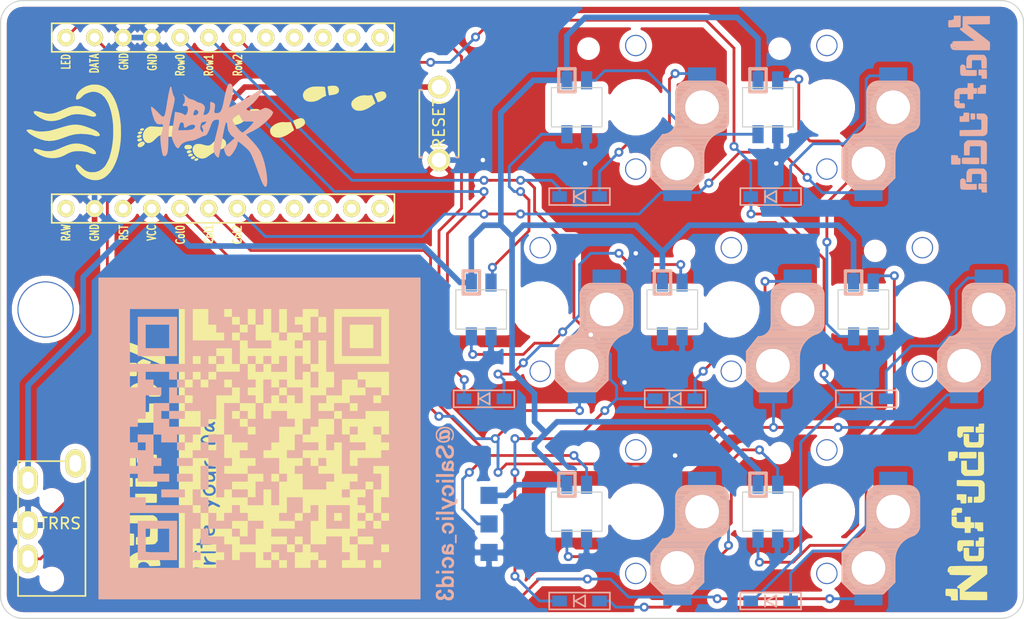
<source format=kicad_pcb>
(kicad_pcb (version 20171130) (host pcbnew "(5.1.5)-3")
  (layers (0 F.Cu signal) (31 B.Cu signal) (34 B.Paste user) (35 F.Paste user) (36 B.SilkS user) (37 F.SilkS user) (38 B.Mask user) (39 F.Mask user) (44 Edge.Cuts user))
  (net 0 "")
  (net 1 GND)
  (net 2 led)
  (net 3 VCC)
  (net 4 "Net-(L5-Pad1)")
  (net 5 "Net-(L6-Pad1)")
  (net 6 "Net-(L4-Pad1)")
  (net 7 "Net-(L3-Pad1)")
  (net 8 "Net-(L2-Pad1)")
  (net 9 "Net-(L1-Pad1)")
  (net 10 Reset)
  (net 11 "Net-(U1-Pad24)")
  (net 12 Col0)
  (net 13 Col1)
  (net 14 Col2)
  (net 15 "Net-(U1-Pad17)")
  (net 16 "Net-(U1-Pad16)")
  (net 17 "Net-(U1-Pad15)")
  (net 18 "Net-(U1-Pad14)")
  (net 19 "Net-(U1-Pad13)")
  (net 20 "Net-(U1-Pad12)")
  (net 21 "Net-(U1-Pad11)")
  (net 22 "Net-(U1-Pad10)")
  (net 23 "Net-(U1-Pad9)")
  (net 24 "Net-(U1-Pad8)")
  (net 25 Row1)
  (net 26 Row0)
  (net 27 "Net-(D1-Pad2)")
  (net 28 "Net-(D6-Pad2)")
  (net 29 "Net-(D4-Pad2)")
  (net 30 "Net-(D3-Pad2)")
  (net 31 "Net-(D2-Pad2)")
  (net 32 "Net-(D5-Pad2)")
  (net 33 "Net-(L7-Pad1)")
  (net 34 "Net-(D7-Pad2)")
  (net 35 Row2)
  (net 36 Data)
  (net 37 "Net-(J2-PadA)")
  (module kbd:ProMicro_v2_L1 (layer F.Cu) (at 120.3 110.95 90)
    (fp_text reference U1 hide)
    (fp_text value ProMicro hide)
    (fp_text user Col0 (at -9.9 -4.3 90) (layer F.SilkS) (effects (font (size 0.75 0.5) (thickness 0.125))))
    (fp_text user Row0 (at 5.2 -4.318 90) (layer F.SilkS) (effects (font (size 0.75 0.5) (thickness 0.125))))
    (fp_text user Col1 (at -9.85 -1.778 90) (layer F.SilkS) (effects (font (size 0.75 0.5) (thickness 0.125))))
    (fp_text user Row1 (at 5.2 -1.778 90) (layer F.SilkS) (effects (font (size 0.75 0.5) (thickness 0.125))))
    (fp_text user Col2 (at -9.9 0.762 90) (layer F.SilkS) (effects (font (size 0.75 0.5) (thickness 0.125))))
    (fp_text user Row2 (at 5.2 0.8 90) (layer F.SilkS) (effects (font (size 0.75 0.5) (thickness 0.125))))
    (fp_text user GND (at 5.461 -6.7945 90) (layer F.SilkS) (effects (font (size 0.75 0.5) (thickness 0.125))))
    (fp_text user VCC (at -9.7155 -6.858 90) (layer F.SilkS) (effects (font (size 0.75 0.5) (thickness 0.125))))
    (fp_text user GND (at 5.5245 -9.3345 90) (layer F.SilkS) (effects (font (size 0.75 0.5) (thickness 0.125))))
    (fp_text user RST (at -9.7155 -9.3345 90) (layer F.SilkS) (effects (font (size 0.75 0.5) (thickness 0.125))))
    (fp_text user DATA (at 5.35 -11.95 90) (layer F.SilkS) (effects (font (size 0.75 0.5) (thickness 0.125))))
    (fp_text user GND (at -9.7155 -11.938 90) (layer F.SilkS) (effects (font (size 0.75 0.5) (thickness 0.125))))
    (fp_text user LED (at 5.5 -14.478 90) (layer F.SilkS) (effects (font (size 0.75 0.5) (thickness 0.125))))
    (fp_text user RAW (at -9.7155 -14.478 90) (layer F.SilkS) (effects (font (size 0.75 0.5) (thickness 0.125))))
    (fp_text user "" (at -1.2065 -16.256 90) (layer B.SilkS) (effects (justify mirror)))
    (fp_text user "" (at -0.5 -17.25 90) (layer F.SilkS))
    (pad 24 thru_hole circle (at -7.5636 -14.478 90) (size 1.524 1.524) (drill 0.8128) (layers *.Cu *.Mask F.SilkS) (net 11 "Net-(U1-Pad24)"))
    (pad 23 thru_hole circle (at -7.5636 -11.938 90) (size 1.524 1.524) (drill 0.8128) (layers *.Cu *.Mask F.SilkS) (net 1 GND))
    (pad 22 thru_hole circle (at -7.5636 -9.398 90) (size 1.524 1.524) (drill 0.8128) (layers *.Cu *.Mask F.SilkS) (net 10 Reset))
    (pad 21 thru_hole circle (at -7.5636 -6.858 90) (size 1.524 1.524) (drill 0.8128) (layers *.Cu *.Mask F.SilkS) (net 3 VCC))
    (pad 20 thru_hole circle (at -7.5636 -4.318 90) (size 1.524 1.524) (drill 0.8128) (layers *.Cu *.Mask F.SilkS) (net 12 Col0))
    (pad 19 thru_hole circle (at -7.5636 -1.778 90) (size 1.524 1.524) (drill 0.8128) (layers *.Cu *.Mask F.SilkS) (net 13 Col1))
    (pad 18 thru_hole circle (at -7.5636 0.762 90) (size 1.524 1.524) (drill 0.8128) (layers *.Cu *.Mask F.SilkS) (net 14 Col2))
    (pad 17 thru_hole circle (at -7.5636 3.302 90) (size 1.524 1.524) (drill 0.8128) (layers *.Cu *.Mask F.SilkS) (net 15 "Net-(U1-Pad17)"))
    (pad 16 thru_hole circle (at -7.5636 5.842 90) (size 1.524 1.524) (drill 0.8128) (layers *.Cu *.Mask F.SilkS) (net 16 "Net-(U1-Pad16)"))
    (pad 15 thru_hole circle (at -7.5636 8.382 90) (size 1.524 1.524) (drill 0.8128) (layers *.Cu *.Mask F.SilkS) (net 17 "Net-(U1-Pad15)"))
    (pad 14 thru_hole circle (at -7.5636 10.922 90) (size 1.524 1.524) (drill 0.8128) (layers *.Cu *.Mask F.SilkS) (net 18 "Net-(U1-Pad14)"))
    (pad 13 thru_hole circle (at -7.5636 13.462 90) (size 1.524 1.524) (drill 0.8128) (layers *.Cu *.Mask F.SilkS) (net 19 "Net-(U1-Pad13)"))
    (pad 12 thru_hole circle (at 7.6564 13.462 90) (size 1.524 1.524) (drill 0.8128) (layers *.Cu *.Mask F.SilkS) (net 20 "Net-(U1-Pad12)"))
    (pad 11 thru_hole circle (at 7.6564 10.922 90) (size 1.524 1.524) (drill 0.8128) (layers *.Cu *.Mask F.SilkS) (net 21 "Net-(U1-Pad11)"))
    (pad 10 thru_hole circle (at 7.6564 8.382 90) (size 1.524 1.524) (drill 0.8128) (layers *.Cu *.Mask F.SilkS) (net 22 "Net-(U1-Pad10)"))
    (pad 9 thru_hole circle (at 7.6564 5.842 90) (size 1.524 1.524) (drill 0.8128) (layers *.Cu *.Mask F.SilkS) (net 23 "Net-(U1-Pad9)"))
    (pad 8 thru_hole circle (at 7.6564 3.302 90) (size 1.524 1.524) (drill 0.8128) (layers *.Cu *.Mask F.SilkS) (net 24 "Net-(U1-Pad8)"))
    (pad 7 thru_hole circle (at 7.6564 0.762 90) (size 1.524 1.524) (drill 0.8128) (layers *.Cu *.Mask F.SilkS) (net 35 Row2))
    (pad 6 thru_hole circle (at 7.6564 -1.778 90) (size 1.524 1.524) (drill 0.8128) (layers *.Cu *.Mask F.SilkS) (net 25 Row1))
    (pad 5 thru_hole circle (at 7.6564 -4.318 90) (size 1.524 1.524) (drill 0.8128) (layers *.Cu *.Mask F.SilkS) (net 26 Row0))
    (pad 4 thru_hole circle (at 7.6564 -6.858 90) (size 1.524 1.524) (drill 0.8128) (layers *.Cu *.Mask F.SilkS) (net 1 GND))
    (pad 3 thru_hole circle (at 7.6564 -9.398 90) (size 1.524 1.524) (drill 0.8128) (layers *.Cu *.Mask F.SilkS) (net 1 GND))
    (pad 2 thru_hole circle (at 7.6564 -11.938 90) (size 1.524 1.524) (drill 0.8128) (layers *.Cu *.Mask F.SilkS) (net 36 Data))
    (pad 1 thru_hole circle (at 7.6564 -14.478 90) (size 1.524 1.524) (drill 0.8128) (layers *.Cu *.Mask F.SilkS) (net 2 led))
  )
  (module kbd:ResetSW_FL (layer F.Cu) (at 139 110.95 90)
    (fp_text reference SW8 hide)
    (fp_text value SW_PUSH)
    (fp_text user RESET (at 0 0 90) (layer F.SilkS))
    (pad 1 thru_hole circle (at 3.25 0 90) (size 2 2) (drill 1.3) (layers *.Cu *.Mask F.SilkS) (net 10 Reset))
    (pad 2 thru_hole circle (at -3.25 0 90) (size 2 2) (drill 1.3) (layers *.Cu *.Mask F.SilkS) (net 1 GND))
  )
  (module kbd:MJ-4PP-9_1L (layer F.Cu) (at 104.55 153 180)
    (fp_text reference J2)
    (fp_text value MJ-4PP-9 hide)
    (fp_text user TRRS (at -0.75 6.45 180) (layer F.SilkS))
    (pad "" np_thru_hole circle (at 0 1.5 180) (size 1.2 1.2) (drill 1.2) (layers *.Cu *.Mask F.SilkS))
    (pad "" np_thru_hole circle (at 0 8.5 180) (size 1.2 1.2) (drill 1.2) (layers *.Cu *.Mask F.SilkS))
    (pad B thru_hole oval (at 2.1 3.3 180) (size 1.7 2.5) (drill oval 1 1.5) (layers *.Cu *.Mask F.SilkS) (net 36 Data))
    (pad C thru_hole oval (at 2.1 6.3 180) (size 1.7 2.5) (drill oval 1 1.5) (layers *.Cu *.Mask F.SilkS) (net 1 GND))
    (pad D thru_hole oval (at 2.1 10.3 180) (size 1.7 2.5) (drill oval 1 1.5) (layers *.Cu *.Mask F.SilkS) (net 3 VCC) (clearance 0.15))
    (pad A thru_hole oval (at -2.1 11.8 180) (size 1.7 2.5) (drill oval 1 1.5) (layers *.Cu *.Mask F.SilkS) (net 37 "Net-(J2-PadA)") (clearance 0.15))
  )
  (module kbd:Choc_Hotswap_1L (layer F.Cu) (at 173.5 109.5 90)
    (fp_text reference SW7 hide)
    (fp_text value SW_PUSH hide)
    (pad "" np_thru_hole circle (at 5.22 -4.2 90) (size 1 1) (drill 1) (layers *.Cu *.Mask))
    (pad "" np_thru_hole circle (at 5.5 0 180) (size 1.9 1.9) (drill 1.7) (layers *.Cu *.Mask))
    (pad "" np_thru_hole circle (at -5.5 0 180) (size 1.9 1.9) (drill 1.7) (layers *.Cu *.Mask))
    (pad "" np_thru_hole circle (at 0 0 180) (size 4 4) (drill 4) (layers *.Cu *.Mask))
    (pad "" np_thru_hole circle (at 0 5.9 180) (size 3.1 3.1) (drill 3) (layers *.Cu *.Mask))
    (pad "" np_thru_hole circle (at -5 3.7 180) (size 3.1 3.1) (drill 3) (layers *.Cu *.Mask))
    (pad 2 smd rect (at 2.8 5.9 270) (size 1.5 2.5) (layers B.Cu B.Paste B.Mask) (net 34 "Net-(D7-Pad2)"))
    (pad 1 smd rect (at -7.6 3.7 270) (size 1.5 2.5) (layers B.Cu B.Paste B.Mask) (net 14 Col2))
  )
  (module kbd:D3_SMD_L1 (layer F.Cu) (at 168.5 117.45)
    (fp_text reference D7 hide)
    (fp_text value D hide)
    (pad 2 smd rect (at 1.775 0) (size 1.3 0.95) (layers B.Cu B.Paste B.Mask) (net 34 "Net-(D7-Pad2)"))
    (pad 1 smd rect (at -1.775 0) (size 1.3 0.95) (layers B.Cu B.Paste B.Mask) (net 35 Row2))
  )
  (module kbd:SK6812MINI_rev_BL (layer F.Cu) (at 159.75 127.5 90)
    (fp_text reference L7 hide)
    (fp_text value SK6812MINI hide)
    (pad 2 smd rect (at -2.4 0.875 90) (size 1.6 1) (layers B.Cu B.Paste B.Mask) (net 1 GND))
    (pad 1 smd rect (at -2.4 -0.875 90) (size 1.6 1) (layers B.Cu B.Paste B.Mask) (net 33 "Net-(L7-Pad1)"))
    (pad 4 smd rect (at 2.4 -0.875 90) (size 1.6 1) (layers B.Cu B.Paste B.Mask) (net 3 VCC))
    (pad 3 smd rect (at 2.4 0.875 90) (size 1.6 1) (layers B.Cu B.Paste B.Mask) (net 5 "Net-(L6-Pad1)"))
  )
  (module kbd:Choc_Hotswap_1L (layer F.Cu) (at 156.5 109.5 90)
    (fp_text reference SW6 hide)
    (fp_text value SW_PUSH hide)
    (pad "" np_thru_hole circle (at 5.22 -4.2 90) (size 1 1) (drill 1) (layers *.Cu *.Mask))
    (pad "" np_thru_hole circle (at 5.5 0 180) (size 1.9 1.9) (drill 1.7) (layers *.Cu *.Mask))
    (pad "" np_thru_hole circle (at -5.5 0 180) (size 1.9 1.9) (drill 1.7) (layers *.Cu *.Mask))
    (pad "" np_thru_hole circle (at 0 0 180) (size 4 4) (drill 4) (layers *.Cu *.Mask))
    (pad "" np_thru_hole circle (at 0 5.9 180) (size 3.1 3.1) (drill 3) (layers *.Cu *.Mask))
    (pad "" np_thru_hole circle (at -5 3.7 180) (size 3.1 3.1) (drill 3) (layers *.Cu *.Mask))
    (pad 2 smd rect (at 2.8 5.9 270) (size 1.5 2.5) (layers B.Cu B.Paste B.Mask) (net 28 "Net-(D6-Pad2)"))
    (pad 1 smd rect (at -7.6 3.7 270) (size 1.5 2.5) (layers B.Cu B.Paste B.Mask) (net 14 Col2))
  )
  (module kbd:Choc_Hotswap_1L (layer F.Cu) (at 182 127.5 90)
    (fp_text reference SW5 hide)
    (fp_text value SW_PUSH hide)
    (pad 1 smd rect (at -7.6 3.7 270) (size 1.5 2.5) (layers B.Cu B.Paste B.Mask) (net 13 Col1))
    (pad 2 smd rect (at 2.8 5.9 270) (size 1.5 2.5) (layers B.Cu B.Paste B.Mask) (net 32 "Net-(D5-Pad2)"))
    (pad "" np_thru_hole circle (at -5 3.7 180) (size 3.1 3.1) (drill 3) (layers *.Cu *.Mask))
    (pad "" np_thru_hole circle (at 0 5.9 180) (size 3.1 3.1) (drill 3) (layers *.Cu *.Mask))
    (pad "" np_thru_hole circle (at 0 0 180) (size 4 4) (drill 4) (layers *.Cu *.Mask))
    (pad "" np_thru_hole circle (at -5.5 0 180) (size 1.9 1.9) (drill 1.7) (layers *.Cu *.Mask))
    (pad "" np_thru_hole circle (at 5.5 0 180) (size 1.9 1.9) (drill 1.7) (layers *.Cu *.Mask))
    (pad "" np_thru_hole circle (at 5.22 -4.2 90) (size 1 1) (drill 1) (layers *.Cu *.Mask))
  )
  (module kbd:Choc_Hotswap_1L (layer F.Cu) (at 165 127.5 90)
    (fp_text reference SW4 hide)
    (fp_text value SW_PUSH hide)
    (pad "" np_thru_hole circle (at 5.22 -4.2 90) (size 1 1) (drill 1) (layers *.Cu *.Mask))
    (pad "" np_thru_hole circle (at 5.5 0 180) (size 1.9 1.9) (drill 1.7) (layers *.Cu *.Mask))
    (pad "" np_thru_hole circle (at -5.5 0 180) (size 1.9 1.9) (drill 1.7) (layers *.Cu *.Mask))
    (pad "" np_thru_hole circle (at 0 0 180) (size 4 4) (drill 4) (layers *.Cu *.Mask))
    (pad "" np_thru_hole circle (at 0 5.9 180) (size 3.1 3.1) (drill 3) (layers *.Cu *.Mask))
    (pad "" np_thru_hole circle (at -5 3.7 180) (size 3.1 3.1) (drill 3) (layers *.Cu *.Mask))
    (pad 2 smd rect (at 2.8 5.9 270) (size 1.5 2.5) (layers B.Cu B.Paste B.Mask) (net 29 "Net-(D4-Pad2)"))
    (pad 1 smd rect (at -7.6 3.7 270) (size 1.5 2.5) (layers B.Cu B.Paste B.Mask) (net 13 Col1))
  )
  (module kbd:Choc_Hotswap_1L (layer F.Cu) (at 148 127.5 90)
    (fp_text reference SW3 hide)
    (fp_text value SW_PUSH hide)
    (pad 1 smd rect (at -7.6 3.7 270) (size 1.5 2.5) (layers B.Cu B.Paste B.Mask) (net 13 Col1))
    (pad 2 smd rect (at 2.8 5.9 270) (size 1.5 2.5) (layers B.Cu B.Paste B.Mask) (net 30 "Net-(D3-Pad2)"))
    (pad "" np_thru_hole circle (at -5 3.7 180) (size 3.1 3.1) (drill 3) (layers *.Cu *.Mask))
    (pad "" np_thru_hole circle (at 0 5.9 180) (size 3.1 3.1) (drill 3) (layers *.Cu *.Mask))
    (pad "" np_thru_hole circle (at 0 0 180) (size 4 4) (drill 4) (layers *.Cu *.Mask))
    (pad "" np_thru_hole circle (at -5.5 0 180) (size 1.9 1.9) (drill 1.7) (layers *.Cu *.Mask))
    (pad "" np_thru_hole circle (at 5.5 0 180) (size 1.9 1.9) (drill 1.7) (layers *.Cu *.Mask))
    (pad "" np_thru_hole circle (at 5.22 -4.2 90) (size 1 1) (drill 1) (layers *.Cu *.Mask))
  )
  (module kbd:Choc_Hotswap_1L (layer F.Cu) (at 173.5 145.5 90)
    (fp_text reference SW2 hide)
    (fp_text value SW_PUSH hide)
    (pad "" np_thru_hole circle (at 5.22 -4.2 90) (size 1 1) (drill 1) (layers *.Cu *.Mask))
    (pad "" np_thru_hole circle (at 5.5 0 180) (size 1.9 1.9) (drill 1.7) (layers *.Cu *.Mask))
    (pad "" np_thru_hole circle (at -5.5 0 180) (size 1.9 1.9) (drill 1.7) (layers *.Cu *.Mask))
    (pad "" np_thru_hole circle (at 0 0 180) (size 4 4) (drill 4) (layers *.Cu *.Mask))
    (pad "" np_thru_hole circle (at 0 5.9 180) (size 3.1 3.1) (drill 3) (layers *.Cu *.Mask))
    (pad "" np_thru_hole circle (at -5 3.7 180) (size 3.1 3.1) (drill 3) (layers *.Cu *.Mask))
    (pad 2 smd rect (at 2.8 5.9 270) (size 1.5 2.5) (layers B.Cu B.Paste B.Mask) (net 31 "Net-(D2-Pad2)"))
    (pad 1 smd rect (at -7.6 3.7 270) (size 1.5 2.5) (layers B.Cu B.Paste B.Mask) (net 12 Col0))
  )
  (module kbd:Choc_Hotswap_1L (layer F.Cu) (at 156.5 145.5 90)
    (fp_text reference SW1 hide)
    (fp_text value SW_PUSH hide)
    (pad 1 smd rect (at -7.6 3.7 270) (size 1.5 2.5) (layers B.Cu B.Paste B.Mask) (net 12 Col0))
    (pad 2 smd rect (at 2.8 5.9 270) (size 1.5 2.5) (layers B.Cu B.Paste B.Mask) (net 27 "Net-(D1-Pad2)"))
    (pad "" np_thru_hole circle (at -5 3.7 180) (size 3.1 3.1) (drill 3) (layers *.Cu *.Mask))
    (pad "" np_thru_hole circle (at 0 5.9 180) (size 3.1 3.1) (drill 3) (layers *.Cu *.Mask))
    (pad "" np_thru_hole circle (at 0 0 180) (size 4 4) (drill 4) (layers *.Cu *.Mask))
    (pad "" np_thru_hole circle (at -5.5 0 180) (size 1.9 1.9) (drill 1.7) (layers *.Cu *.Mask))
    (pad "" np_thru_hole circle (at 5.5 0 180) (size 1.9 1.9) (drill 1.7) (layers *.Cu *.Mask))
    (pad "" np_thru_hole circle (at 5.22 -4.2 90) (size 1 1) (drill 1) (layers *.Cu *.Mask))
  )
  (module kbd:D3_SMD_L1 (layer F.Cu) (at 177 135.45)
    (fp_text reference D5 hide)
    (fp_text value D hide)
    (pad 2 smd rect (at 1.775 0) (size 1.3 0.95) (layers B.Cu B.Paste B.Mask) (net 32 "Net-(D5-Pad2)"))
    (pad 1 smd rect (at -1.775 0) (size 1.3 0.95) (layers B.Cu B.Paste B.Mask) (net 35 Row2))
  )
  (module kbd:D3_SMD_L1 (layer F.Cu) (at 168.5 153.45)
    (fp_text reference D2 hide)
    (fp_text value D hide)
    (pad 1 smd rect (at -1.775 0) (size 1.3 0.95) (layers B.Cu B.Paste B.Mask) (net 35 Row2))
    (pad 2 smd rect (at 1.775 0) (size 1.3 0.95) (layers B.Cu B.Paste B.Mask) (net 31 "Net-(D2-Pad2)"))
  )
  (module kbd:D3_SMD_L1 (layer F.Cu) (at 143 135.45)
    (fp_text reference D3 hide)
    (fp_text value D hide)
    (pad 2 smd rect (at 1.775 0) (size 1.3 0.95) (layers B.Cu B.Paste B.Mask) (net 30 "Net-(D3-Pad2)"))
    (pad 1 smd rect (at -1.775 0) (size 1.3 0.95) (layers B.Cu B.Paste B.Mask) (net 26 Row0))
  )
  (module kbd:D3_SMD_L1 (layer F.Cu) (at 160 135.45)
    (fp_text reference D4 hide)
    (fp_text value D hide)
    (pad 1 smd rect (at -1.775 0) (size 1.3 0.95) (layers B.Cu B.Paste B.Mask) (net 25 Row1))
    (pad 2 smd rect (at 1.775 0) (size 1.3 0.95) (layers B.Cu B.Paste B.Mask) (net 29 "Net-(D4-Pad2)"))
  )
  (module kbd:D3_SMD_L1 (layer F.Cu) (at 151.5 117.45)
    (fp_text reference D6 hide)
    (fp_text value D hide)
    (pad 2 smd rect (at 1.775 0) (size 1.3 0.95) (layers B.Cu B.Paste B.Mask) (net 28 "Net-(D6-Pad2)"))
    (pad 1 smd rect (at -1.775 0) (size 1.3 0.95) (layers B.Cu B.Paste B.Mask) (net 25 Row1))
  )
  (module kbd:D3_SMD_L1 (layer F.Cu) (at 151.5 153.45)
    (fp_text reference D1 hide)
    (fp_text value D hide)
    (pad 1 smd rect (at -1.775 0) (size 1.3 0.95) (layers B.Cu B.Paste B.Mask) (net 25 Row1))
    (pad 2 smd rect (at 1.775 0) (size 1.3 0.95) (layers B.Cu B.Paste B.Mask) (net 27 "Net-(D1-Pad2)"))
  )
  (module kbd:SK6812MINI_rev_BL (layer F.Cu) (at 168.25 145.5 90)
    (fp_text reference L2 hide)
    (fp_text value SK6812MINI hide)
    (pad 2 smd rect (at -2.4 0.875 90) (size 1.6 1) (layers B.Cu B.Paste B.Mask) (net 1 GND))
    (pad 1 smd rect (at -2.4 -0.875 90) (size 1.6 1) (layers B.Cu B.Paste B.Mask) (net 8 "Net-(L2-Pad1)"))
    (pad 4 smd rect (at 2.4 -0.875 90) (size 1.6 1) (layers B.Cu B.Paste B.Mask) (net 3 VCC))
    (pad 3 smd rect (at 2.4 0.875 90) (size 1.6 1) (layers B.Cu B.Paste B.Mask) (net 9 "Net-(L1-Pad1)"))
  )
  (module kbd:SK6812MINI_rev_BL (layer F.Cu) (at 151.25 145.5 90)
    (fp_text reference L1 hide)
    (fp_text value SK6812MINI hide)
    (pad 2 smd rect (at -2.4 0.875 90) (size 1.6 1) (layers B.Cu B.Paste B.Mask) (net 1 GND))
    (pad 1 smd rect (at -2.4 -0.875 90) (size 1.6 1) (layers B.Cu B.Paste B.Mask) (net 9 "Net-(L1-Pad1)"))
    (pad 4 smd rect (at 2.4 -0.875 90) (size 1.6 1) (layers B.Cu B.Paste B.Mask) (net 3 VCC))
    (pad 3 smd rect (at 2.4 0.875 90) (size 1.6 1) (layers B.Cu B.Paste B.Mask) (net 2 led))
  )
  (module kbd:SK6812MINI_rev_BL (layer F.Cu) (at 176.75 127.5 90)
    (fp_text reference L3 hide)
    (fp_text value SK6812MINI hide)
    (pad 2 smd rect (at -2.4 0.875 90) (size 1.6 1) (layers B.Cu B.Paste B.Mask) (net 1 GND))
    (pad 1 smd rect (at -2.4 -0.875 90) (size 1.6 1) (layers B.Cu B.Paste B.Mask) (net 7 "Net-(L3-Pad1)"))
    (pad 4 smd rect (at 2.4 -0.875 90) (size 1.6 1) (layers B.Cu B.Paste B.Mask) (net 3 VCC))
    (pad 3 smd rect (at 2.4 0.875 90) (size 1.6 1) (layers B.Cu B.Paste B.Mask) (net 8 "Net-(L2-Pad1)"))
  )
  (module kbd:SK6812MINI_rev_BL (layer F.Cu) (at 168.25 109.5 90)
    (fp_text reference L4 hide)
    (fp_text value SK6812MINI hide)
    (pad 3 smd rect (at 2.4 0.875 90) (size 1.6 1) (layers B.Cu B.Paste B.Mask) (net 7 "Net-(L3-Pad1)"))
    (pad 4 smd rect (at 2.4 -0.875 90) (size 1.6 1) (layers B.Cu B.Paste B.Mask) (net 3 VCC))
    (pad 1 smd rect (at -2.4 -0.875 90) (size 1.6 1) (layers B.Cu B.Paste B.Mask) (net 6 "Net-(L4-Pad1)"))
    (pad 2 smd rect (at -2.4 0.875 90) (size 1.6 1) (layers B.Cu B.Paste B.Mask) (net 1 GND))
  )
  (module kbd:SK6812MINI_rev_BL (layer F.Cu) (at 151.25 109.5 90)
    (fp_text reference L5 hide)
    (fp_text value SK6812MINI hide)
    (pad 2 smd rect (at -2.4 0.875 90) (size 1.6 1) (layers B.Cu B.Paste B.Mask) (net 1 GND))
    (pad 1 smd rect (at -2.4 -0.875 90) (size 1.6 1) (layers B.Cu B.Paste B.Mask) (net 4 "Net-(L5-Pad1)"))
    (pad 4 smd rect (at 2.4 -0.875 90) (size 1.6 1) (layers B.Cu B.Paste B.Mask) (net 3 VCC))
    (pad 3 smd rect (at 2.4 0.875 90) (size 1.6 1) (layers B.Cu B.Paste B.Mask) (net 6 "Net-(L4-Pad1)"))
  )
  (module kbd:SK6812MINI_rev_BL (layer F.Cu) (at 142.75 127.5 90)
    (fp_text reference L6 hide)
    (fp_text value SK6812MINI hide)
    (pad 3 smd rect (at 2.4 0.875 90) (size 1.6 1) (layers B.Cu B.Paste B.Mask) (net 4 "Net-(L5-Pad1)"))
    (pad 4 smd rect (at 2.4 -0.875 90) (size 1.6 1) (layers B.Cu B.Paste B.Mask) (net 3 VCC))
    (pad 1 smd rect (at -2.4 -0.875 90) (size 1.6 1) (layers B.Cu B.Paste B.Mask) (net 5 "Net-(L6-Pad1)"))
    (pad 2 smd rect (at -2.4 0.875 90) (size 1.6 1) (layers B.Cu B.Paste B.Mask) (net 1 GND))
  )
  (module kbd:StripLED_rev_BL (layer F.Cu) (at 143.45 144.05)
    (fp_text reference J1 hide)
    (fp_text value LED hide)
    (pad 1 smd rect (at 0 5.08) (size 1.524 1.524) (layers B.Cu B.Paste B.Mask) (net 1 GND))
    (pad 2 smd rect (at 0 2.54) (size 1.524 1.524) (layers B.Cu B.Paste B.Mask) (net 2 led))
    (pad 3 smd rect (at 0 0) (size 1.524 1.524) (layers B.Cu B.Paste B.Mask) (net 3 VCC))
  )
  (module kbd:HOLE (layer F.Cu) (at 104 127.5)
    (fp_text reference Ref**)
    (fp_text value Val**)
    (pad "" np_thru_hole circle (at 0 0) (size 5 5) (drill 4.8) (layers *.Cu *.Mask))
  )
  (module logos:onsen_smallS (layer F.Cu) (at 106.5 111.75 90)
    (fp_text reference G*** hide)
    (fp_text value LOGO hide)
  )
  (module logos:Nafuda (layer F.Cu) (at 186 145.5 90)
    (fp_text reference G*** hide)
    (fp_text value LOGO hide)
  )
  (module logos:ashiato (layer F.Cu) (at 118.25 112.25 90)
    (fp_text reference G*** hide)
    (fp_text value LOGO hide)
  )
  (module logos:uras (layer B.Cu) (at 119.25 111.75 270)
    (fp_text reference G*** hide)
    (fp_text value LOGO hide)
  )
  (module logos:Nafuda (layer B.Cu) (at 186.25 109.25 270)
    (fp_text reference G*** hide)
    (fp_text value LOGO hide)
  )
  (module logos:Write (layer F.Cu) (at 125.25 139.25 90)
    (fp_text reference G*** hide)
    (fp_text value LOGO hide)
  )
  (module logos:BuildByS2 (layer F.Cu) (at 111.9 141.8 90)
    (fp_text reference G*** hide)
    (fp_text value LOGO hide)
  )
  (module logos:QRmo2 (layer B.Cu) (at 123 138.95 270)
    (fp_text reference G*** hide)
    (fp_text value LOGO hide)
  )
  (module logos:@sa (layer B.Cu) (at 139.55 145.65 270)
    (fp_text reference G*** hide)
    (fp_text value LOGO hide)
  )
  (gr_line (start 166 107.75) (end 166 111.25) (layer Edge.Cuts) (width 0.1))
  (gr_line (start 170.5 107.75) (end 166 107.75) (layer Edge.Cuts) (width 0.1))
  (gr_line (start 170.5 111.25) (end 170.5 107.75) (layer Edge.Cuts) (width 0.1))
  (gr_line (start 166 111.25) (end 170.5 111.25) (layer Edge.Cuts) (width 0.1))
  (gr_line (start 168.25 143.4) (end 168.45 143.5) (layer F.SilkS) (width 0.2))
  (gr_line (start 179 125.75) (end 174.5 125.75) (layer Edge.Cuts) (width 0.1))
  (gr_line (start 174.5 129.25) (end 179 129.25) (layer Edge.Cuts) (width 0.1))
  (gr_line (start 174.5 125.75) (end 174.5 129.25) (layer Edge.Cuts) (width 0.1))
  (gr_line (start 179 129.25) (end 179 125.75) (layer Edge.Cuts) (width 0.1))
  (gr_line (start 153.5 111.25) (end 149 111.25) (layer Edge.Cuts) (width 0.1))
  (gr_line (start 153.5 107.75) (end 153.5 111.25) (layer Edge.Cuts) (width 0.1))
  (gr_line (start 149 107.75) (end 153.5 107.75) (layer Edge.Cuts) (width 0.1))
  (gr_line (start 149 111.25) (end 149 107.75) (layer Edge.Cuts) (width 0.1))
  (gr_line (start 153.5 147.25) (end 149 147.25) (layer Edge.Cuts) (width 0.1))
  (gr_line (start 153.5 143.75) (end 153.5 147.25) (layer Edge.Cuts) (width 0.1))
  (gr_line (start 149 143.75) (end 153.5 143.75) (layer Edge.Cuts) (width 0.1))
  (gr_line (start 149 147.25) (end 149 143.75) (layer Edge.Cuts) (width 0.1))
  (gr_line (start 170.5 147.25) (end 166 147.25) (layer Edge.Cuts) (width 0.1))
  (gr_line (start 170.5 143.75) (end 170.5 147.25) (layer Edge.Cuts) (width 0.1))
  (gr_line (start 166 143.75) (end 170.5 143.75) (layer Edge.Cuts) (width 0.1))
  (gr_line (start 166 147.25) (end 166 143.75) (layer Edge.Cuts) (width 0.1))
  (gr_line (start 140.5 129.25) (end 140.5 125.75) (layer Edge.Cuts) (width 0.1))
  (gr_line (start 145 129.25) (end 140.5 129.25) (layer Edge.Cuts) (width 0.1))
  (gr_line (start 145 125.75) (end 145 129.25) (layer Edge.Cuts) (width 0.1))
  (gr_line (start 140.5 125.75) (end 145 125.75) (layer Edge.Cuts) (width 0.1))
  (gr_line (start 157.5 125.75) (end 157.5 129.25) (layer Edge.Cuts) (width 0.1))
  (gr_line (start 162 125.75) (end 157.5 125.75) (layer Edge.Cuts) (width 0.1))
  (gr_line (start 162 129.25) (end 162 125.75) (layer Edge.Cuts) (width 0.1))
  (gr_line (start 157.5 129.25) (end 162 129.25) (layer Edge.Cuts) (width 0.1))
  (gr_arc (start 102 153) (end 100 153) (angle -90) (layer Edge.Cuts) (width 0.1))
  (gr_arc (start 102 102) (end 102 100) (angle -90) (layer Edge.Cuts) (width 0.1))
  (gr_arc (start 189 102) (end 191 102) (angle -90) (layer Edge.Cuts) (width 0.1))
  (gr_arc (start 189 153) (end 189 155) (angle -90) (layer Edge.Cuts) (width 0.1))
  (gr_line (start 102 100) (end 189 100) (layer Edge.Cuts) (width 0.1))
  (gr_line (start 191 102) (end 191 153) (layer Edge.Cuts) (width 0.1))
  (gr_line (start 102 155) (end 189 155) (layer Edge.Cuts) (width 0.1))
  (gr_line (start 100 102) (end 100 153) (layer Edge.Cuts) (width 0.1))
  (segment (start 102.45 146.7) (end 103.904002 146.7) (width 0.5) (layer F.Cu) (net 1))
  (segment (start 108.5 118.6516) (end 108.362 118.5136) (width 0.5) (layer B.Cu) (net 1))
  (segment (start 110.902 103.2936) (end 113.442 103.2936) (width 0.5) (layer B.Cu) (net 1))
  (segment (start 108.362 105.8336) (end 108.362 118.5136) (width 0.5) (layer B.Cu) (net 1))
  (segment (start 110.902 103.2936) (end 108.362 105.8336) (width 0.5) (layer B.Cu) (net 1))
  (segment (start 113.442 103.2936) (end 115.2356 101.5) (width 0.5) (layer B.Cu) (net 1))
  (segment (start 162.999999 148.499999) (end 165.5 151) (width 0.5) (layer B.Cu) (net 1))
  (segment (start 165.5 151) (end 168 151) (width 0.5) (layer B.Cu) (net 1))
  (segment (start 169.125 149.875) (end 169.125 147.9) (width 0.5) (layer B.Cu) (net 1))
  (segment (start 168 151) (end 169.125 149.875) (width 0.5) (layer B.Cu) (net 1))
  (segment (start 160 148.499999) (end 160 140.5) (width 0.5) (layer B.Cu) (net 1))
  (segment (start 160 148.499999) (end 162.999999 148.499999) (width 0.5) (layer B.Cu) (net 1))
  (segment (start 156.5 133) (end 159.5 133) (width 0.5) (layer B.Cu) (net 1))
  (segment (start 160.625 131.875) (end 160.625 129.9) (width 0.5) (layer B.Cu) (net 1))
  (segment (start 159.5 133) (end 160.625 131.875) (width 0.5) (layer B.Cu) (net 1))
  (segment (start 171.999999 130.499999) (end 174.5 133) (width 0.5) (layer B.Cu) (net 1))
  (segment (start 174.5 133) (end 176.5 133) (width 0.5) (layer B.Cu) (net 1))
  (segment (start 177.625 131.875) (end 177.625 129.9) (width 0.5) (layer B.Cu) (net 1))
  (segment (start 176.5 133) (end 177.625 131.875) (width 0.5) (layer B.Cu) (net 1))
  (segment (start 162.624999 131.875) (end 164 130.499999) (width 0.5) (layer B.Cu) (net 1))
  (segment (start 160.625 131.875) (end 162.624999 131.875) (width 0.5) (layer B.Cu) (net 1))
  (segment (start 164 130.499999) (end 171.999999 130.499999) (width 0.5) (layer B.Cu) (net 1))
  (segment (start 152.125 149.875) (end 152.125 147.9) (width 0.5) (layer B.Cu) (net 1))
  (segment (start 154.124999 149.875) (end 155.5 148.499999) (width 0.5) (layer B.Cu) (net 1))
  (segment (start 152.125 149.875) (end 154.124999 149.875) (width 0.5) (layer B.Cu) (net 1))
  (segment (start 155.5 148.499999) (end 160 148.499999) (width 0.5) (layer B.Cu) (net 1))
  (via (at 156.5 122.5) (size 0.8) (drill 0.4) (layers F.Cu B.Cu) (net 1))
  (segment (start 156.5 133) (end 156.5 122.5) (width 0.5) (layer B.Cu) (net 1))
  (segment (start 156.5 122.5) (end 156.5 117.5) (width 0.5) (layer F.Cu) (net 1))
  (via (at 152 114.5) (size 0.8) (drill 0.4) (layers F.Cu B.Cu) (net 1))
  (segment (start 156.5 117.5) (end 153.5 114.5) (width 0.5) (layer F.Cu) (net 1))
  (segment (start 153.5 114.5) (end 152 114.5) (width 0.5) (layer F.Cu) (net 1))
  (segment (start 152 112.025) (end 152.125 111.9) (width 0.5) (layer B.Cu) (net 1))
  (segment (start 152 114.5) (end 152 112.025) (width 0.5) (layer B.Cu) (net 1))
  (segment (start 156.5 117.5) (end 164 117.5) (width 0.5) (layer F.Cu) (net 1))
  (via (at 169 114.5) (size 0.8) (drill 0.4) (layers F.Cu B.Cu) (net 1))
  (segment (start 164 117.5) (end 167 114.5) (width 0.5) (layer F.Cu) (net 1))
  (segment (start 167 114.5) (end 169 114.5) (width 0.5) (layer F.Cu) (net 1))
  (segment (start 169 112.025) (end 169.125 111.9) (width 0.5) (layer B.Cu) (net 1))
  (segment (start 169 114.5) (end 169 112.025) (width 0.5) (layer B.Cu) (net 1))
  (via (at 160 140.5) (size 0.8) (drill 0.4) (layers F.Cu B.Cu) (net 1))
  (segment (start 160 140.5) (end 157.5 138) (width 0.5) (layer F.Cu) (net 1))
  (via (at 155.5 134) (size 0.8) (drill 0.4) (layers F.Cu B.Cu) (net 1))
  (segment (start 157.5 138) (end 156.5 138) (width 0.5) (layer F.Cu) (net 1))
  (segment (start 155.5 137) (end 155.5 134) (width 0.5) (layer F.Cu) (net 1))
  (segment (start 156.5 138) (end 155.5 137) (width 0.5) (layer F.Cu) (net 1))
  (segment (start 155.5 134) (end 156.5 133) (width 0.5) (layer B.Cu) (net 1))
  (segment (start 139 114.2) (end 136 111.2) (width 0.5) (layer B.Cu) (net 1))
  (segment (start 136 103.5) (end 134 101.5) (width 0.5) (layer B.Cu) (net 1))
  (segment (start 136 111.2) (end 136 103.5) (width 0.5) (layer B.Cu) (net 1))
  (segment (start 115.2356 101.5) (end 134 101.5) (width 0.5) (layer B.Cu) (net 1))
  (via (at 142.9 114.2) (size 0.8) (drill 0.4) (layers F.Cu B.Cu) (net 1))
  (segment (start 139 114.2) (end 142.9 114.2) (width 0.5) (layer B.Cu) (net 1))
  (segment (start 151.7 114.2) (end 152 114.5) (width 0.5) (layer F.Cu) (net 1))
  (segment (start 142.9 114.2) (end 151.7 114.2) (width 0.5) (layer F.Cu) (net 1))
  (segment (start 145.981999 150.399999) (end 151.600001 150.399999) (width 0.5) (layer B.Cu) (net 1))
  (segment (start 144.712 149.13) (end 145.981999 150.399999) (width 0.5) (layer B.Cu) (net 1))
  (segment (start 143.45 149.13) (end 144.712 149.13) (width 0.5) (layer B.Cu) (net 1))
  (segment (start 151.95 150.05) (end 152.125 149.875) (width 0.5) (layer B.Cu) (net 1))
  (segment (start 151.600001 150.399999) (end 152.125 149.875) (width 0.5) (layer B.Cu) (net 1))
  (segment (start 137.658 144.6) (end 137.658 138.5) (width 0.5) (layer B.Cu) (net 1))
  (segment (start 142.188 149.13) (end 137.658 144.6) (width 0.5) (layer B.Cu) (net 1))
  (segment (start 143.45 149.13) (end 142.188 149.13) (width 0.5) (layer B.Cu) (net 1))
  (segment (start 137.658 138.5) (end 137.658 139.158) (width 0.5) (layer B.Cu) (net 1))
  (segment (start 143.625 131.375) (end 143.625 129.9) (width 0.5) (layer B.Cu) (net 1))
  (segment (start 142.649999 132.350001) (end 143.625 131.375) (width 0.5) (layer B.Cu) (net 1))
  (segment (start 138.907999 132.350001) (end 142.649999 132.350001) (width 0.5) (layer B.Cu) (net 1))
  (segment (start 137.658 133.6) (end 138.907999 132.350001) (width 0.5) (layer B.Cu) (net 1))
  (segment (start 137.658 138.5) (end 137.658 133.6) (width 0.5) (layer B.Cu) (net 1))
  (segment (start 108.362 142.242002) (end 106.704002 143.9) (width 0.5) (layer F.Cu) (net 1))
  (segment (start 108.362 118.5136) (end 108.362 142.242002) (width 0.5) (layer F.Cu) (net 1))
  (segment (start 103.904002 146.7) (end 106.704002 143.9) (width 0.5) (layer F.Cu) (net 1))
  (segment (start 105.822 103.2936) (end 107.6156 101.5) (width 0.25) (layer F.Cu) (net 2))
  (segment (start 107.6156 101.5) (end 137.5 101.5) (width 0.25) (layer F.Cu) (net 2))
  (segment (start 139 120.5) (end 139 127.5) (width 0.25) (layer F.Cu) (net 2))
  (segment (start 139 127.5) (end 139 136) (width 0.25) (layer F.Cu) (net 2))
  (via (at 151 140.5) (size 0.8) (drill 0.4) (layers F.Cu B.Cu) (net 2))
  (segment (start 139 136) (end 143.5 140.5) (width 0.25) (layer F.Cu) (net 2))
  (segment (start 143.5 140.5) (end 151 140.5) (width 0.25) (layer F.Cu) (net 2))
  (segment (start 152.125 141.625) (end 152.125 143.1) (width 0.25) (layer B.Cu) (net 2))
  (segment (start 151 140.5) (end 152.125 141.625) (width 0.25) (layer B.Cu) (net 2))
  (segment (start 141 105) (end 140.75 104.75) (width 0.25) (layer F.Cu) (net 2))
  (segment (start 141 118.5) (end 141 105) (width 0.25) (layer F.Cu) (net 2))
  (segment (start 137.5 101.5) (end 140.75 104.75) (width 0.25) (layer F.Cu) (net 2))
  (segment (start 141 118.5) (end 139 120.5) (width 0.25) (layer F.Cu) (net 2))
  (segment (start 142.438 146.59) (end 141.1 145.252) (width 0.25) (layer B.Cu) (net 2))
  (segment (start 143.45 146.59) (end 142.438 146.59) (width 0.25) (layer B.Cu) (net 2))
  (via (at 141.7 142) (size 0.8) (drill 0.4) (layers F.Cu B.Cu) (net 2))
  (segment (start 141.1 145.252) (end 141.1 142.6) (width 0.25) (layer B.Cu) (net 2))
  (segment (start 141.1 142.6) (end 141.7 142) (width 0.25) (layer B.Cu) (net 2))
  (segment (start 143.2 140.5) (end 143.5 140.5) (width 0.25) (layer F.Cu) (net 2))
  (segment (start 141.7 142) (end 143.2 140.5) (width 0.25) (layer F.Cu) (net 2))
  (segment (start 150.375 142.8) (end 147.5 139.925) (width 0.5) (layer B.Cu) (net 3))
  (segment (start 150.375 143.1) (end 150.375 142.8) (width 0.5) (layer B.Cu) (net 3))
  (segment (start 145.50001 133.00001) (end 145.50001 121.00001) (width 0.5) (layer B.Cu) (net 3))
  (segment (start 147.5 135) (end 145.50001 133.00001) (width 0.5) (layer B.Cu) (net 3))
  (segment (start 145.50001 121.00001) (end 144.5 120) (width 0.5) (layer B.Cu) (net 3))
  (segment (start 144.5 120) (end 143 120) (width 0.5) (layer B.Cu) (net 3))
  (segment (start 141.875 121.125) (end 141.875 125.1) (width 0.5) (layer B.Cu) (net 3))
  (segment (start 143 120) (end 141.875 121.125) (width 0.5) (layer B.Cu) (net 3))
  (segment (start 144.5 120) (end 144.5 110) (width 0.5) (layer B.Cu) (net 3))
  (segment (start 147.4 107.1) (end 150.375 107.1) (width 0.5) (layer B.Cu) (net 3))
  (segment (start 144.5 110) (end 147.4 107.1) (width 0.5) (layer B.Cu) (net 3))
  (segment (start 146.50002 120) (end 156.5 120) (width 0.5) (layer B.Cu) (net 3))
  (segment (start 145.50001 121.00001) (end 146.50002 120) (width 0.5) (layer B.Cu) (net 3))
  (segment (start 158.875 122.375) (end 158.875 125.1) (width 0.5) (layer B.Cu) (net 3))
  (segment (start 156.5 120) (end 158.875 122.375) (width 0.5) (layer B.Cu) (net 3))
  (segment (start 150.375 107.1) (end 150.375 103.125) (width 0.5) (layer B.Cu) (net 3))
  (segment (start 150.375 103.125) (end 152 101.5) (width 0.5) (layer B.Cu) (net 3))
  (segment (start 152 101.5) (end 165.5 101.5) (width 0.5) (layer B.Cu) (net 3))
  (segment (start 167.375 103.375) (end 167.375 107.1) (width 0.5) (layer B.Cu) (net 3))
  (segment (start 165.5 101.5) (end 167.375 103.375) (width 0.5) (layer B.Cu) (net 3))
  (segment (start 175.875 125.1) (end 175.875 121.375) (width 0.5) (layer B.Cu) (net 3))
  (segment (start 175.875 121.375) (end 174.5 120) (width 0.5) (layer B.Cu) (net 3))
  (segment (start 161.25 120) (end 158.875 122.375) (width 0.5) (layer B.Cu) (net 3))
  (segment (start 174.5 120) (end 161.25 120) (width 0.5) (layer B.Cu) (net 3))
  (segment (start 148.5 138.5) (end 147.5 139.5) (width 0.5) (layer B.Cu) (net 3))
  (segment (start 167.375 143.1) (end 167.375 141.8) (width 0.5) (layer B.Cu) (net 3))
  (segment (start 147.5 139.925) (end 147.5 139.5) (width 0.5) (layer B.Cu) (net 3))
  (segment (start 147.5 137.5) (end 148.5 138.5) (width 0.5) (layer B.Cu) (net 3))
  (segment (start 147.5 137) (end 147.5 137.5) (width 0.5) (layer B.Cu) (net 3))
  (segment (start 147.5 137) (end 147.5 135) (width 0.5) (layer B.Cu) (net 3))
  (segment (start 167.375 141.8) (end 163.075 137.5) (width 0.5) (layer B.Cu) (net 3))
  (segment (start 149.5 137.5) (end 148.5 138.5) (width 0.5) (layer B.Cu) (net 3))
  (segment (start 163.075 137.5) (end 149.5 137.5) (width 0.5) (layer B.Cu) (net 3))
  (segment (start 113.75 118.8216) (end 113.442 118.5136) (width 0.5) (layer F.Cu) (net 3))
  (segment (start 102.45 142.7) (end 102.45 135.55) (width 0.5) (layer B.Cu) (net 3))
  (segment (start 149.375 143.1) (end 150.375 143.1) (width 0.5) (layer B.Cu) (net 3))
  (segment (start 145.908002 143.1) (end 149.375 143.1) (width 0.5) (layer B.Cu) (net 3))
  (segment (start 144.958002 144.05) (end 145.908002 143.1) (width 0.5) (layer B.Cu) (net 3))
  (segment (start 143.45 144.05) (end 144.958002 144.05) (width 0.5) (layer B.Cu) (net 3))
  (segment (start 140.875 125.1) (end 137.625 121.85) (width 0.5) (layer B.Cu) (net 3))
  (segment (start 141.875 125.1) (end 140.875 125.1) (width 0.5) (layer B.Cu) (net 3))
  (segment (start 116.7784 121.85) (end 113.442 118.5136) (width 0.5) (layer B.Cu) (net 3))
  (segment (start 137.625 121.85) (end 116.7784 121.85) (width 0.5) (layer B.Cu) (net 3))
  (segment (start 107.35 124.6056) (end 113.442 118.5136) (width 0.5) (layer B.Cu) (net 3))
  (segment (start 102.45 134.25) (end 107.35 129.35) (width 0.5) (layer B.Cu) (net 3))
  (segment (start 102.45 135.55) (end 102.45 134.25) (width 0.5) (layer B.Cu) (net 3))
  (segment (start 107.35 129.35) (end 107.35 124.6056) (width 0.5) (layer B.Cu) (net 3))
  (segment (start 143.5 124.975) (end 143.625 125.1) (width 0.25) (layer B.Cu) (net 4))
  (segment (start 150.375 111.9) (end 150.375 112.2) (width 0.25) (layer B.Cu) (net 4))
  (via (at 143.75 123.75) (size 0.8) (drill 0.4) (layers F.Cu B.Cu) (net 4))
  (segment (start 146.25 121.25) (end 143.75 123.75) (width 0.25) (layer F.Cu) (net 4))
  (segment (start 143.75 124.975) (end 143.625 125.1) (width 0.25) (layer B.Cu) (net 4))
  (segment (start 143.75 123.75) (end 143.75 124.975) (width 0.25) (layer B.Cu) (net 4))
  (segment (start 146.25 121.25) (end 147 120.5) (width 0.25) (layer F.Cu) (net 4))
  (segment (start 147 120.5) (end 147 118) (width 0.25) (layer F.Cu) (net 4))
  (via (at 146.25 117) (size 0.8) (drill 0.4) (layers F.Cu B.Cu) (net 4))
  (segment (start 147 117.75) (end 146.25 117) (width 0.25) (layer F.Cu) (net 4))
  (segment (start 147 118) (end 147 117.75) (width 0.25) (layer F.Cu) (net 4))
  (segment (start 145.684315 117) (end 145.25 116.565685) (width 0.25) (layer B.Cu) (net 4))
  (segment (start 146.25 117) (end 145.684315 117) (width 0.25) (layer B.Cu) (net 4))
  (segment (start 145.25 116.565685) (end 145.25 114.75) (width 0.25) (layer B.Cu) (net 4))
  (segment (start 148.1 111.9) (end 150.375 111.9) (width 0.25) (layer B.Cu) (net 4))
  (segment (start 145.25 114.75) (end 148.1 111.9) (width 0.25) (layer B.Cu) (net 4))
  (via (at 142 131.5) (size 0.8) (drill 0.4) (layers F.Cu B.Cu) (net 5))
  (segment (start 141.875 131.375) (end 142 131.5) (width 0.25) (layer B.Cu) (net 5))
  (segment (start 142 131.5) (end 146.5 131.5) (width 0.25) (layer F.Cu) (net 5))
  (segment (start 146.5 131.5) (end 147 131) (width 0.25) (layer F.Cu) (net 5))
  (segment (start 147 131) (end 147.5 130.5) (width 0.25) (layer F.Cu) (net 5))
  (via (at 155 122.5) (size 0.8) (drill 0.4) (layers F.Cu B.Cu) (net 5))
  (segment (start 151.5 123.5) (end 152 123) (width 0.25) (layer B.Cu) (net 5))
  (via (at 160.5 123.5) (size 0.8) (drill 0.4) (layers F.Cu B.Cu) (net 5))
  (segment (start 156.426998 123.5) (end 160.5 123.5) (width 0.25) (layer F.Cu) (net 5))
  (segment (start 160.5 124.975) (end 160.625 125.1) (width 0.25) (layer B.Cu) (net 5))
  (segment (start 160.5 123.5) (end 160.5 124.975) (width 0.25) (layer B.Cu) (net 5))
  (segment (start 141.875 129.9) (end 141.875 131.375) (width 0.25) (layer B.Cu) (net 5))
  (via (at 150 129.5) (size 0.8) (drill 0.4) (layers F.Cu B.Cu) (net 5))
  (segment (start 149 130.5) (end 150 129.5) (width 0.25) (layer F.Cu) (net 5))
  (segment (start 148.5 130.5) (end 149 130.5) (width 0.25) (layer F.Cu) (net 5))
  (segment (start 147.5 130.5) (end 148.5 130.5) (width 0.25) (layer F.Cu) (net 5))
  (segment (start 151.5 128) (end 151.5 125.75) (width 0.25) (layer B.Cu) (net 5))
  (segment (start 150 129.5) (end 151.5 128) (width 0.25) (layer B.Cu) (net 5))
  (segment (start 151.5 125.75) (end 151.5 123.5) (width 0.25) (layer B.Cu) (net 5))
  (segment (start 156 123.5) (end 155 122.5) (width 0.25) (layer F.Cu) (net 5))
  (segment (start 156 123.5) (end 156.426998 123.5) (width 0.25) (layer F.Cu) (net 5))
  (segment (start 152 123) (end 152.5 122.5) (width 0.25) (layer B.Cu) (net 5))
  (segment (start 152.5 122.5) (end 155 122.5) (width 0.25) (layer B.Cu) (net 5))
  (segment (start 152.9 107.1) (end 152.125 107.1) (width 0.25) (layer B.Cu) (net 6))
  (segment (start 161.4 111.9) (end 159.5 110) (width 0.25) (layer B.Cu) (net 6))
  (segment (start 167.375 111.9) (end 161.4 111.9) (width 0.25) (layer B.Cu) (net 6))
  (segment (start 159.5 110) (end 159.5 108.25) (width 0.25) (layer B.Cu) (net 6))
  (segment (start 159.5 108.25) (end 157.5 106.25) (width 0.25) (layer B.Cu) (net 6))
  (segment (start 157.5 106.25) (end 153.75 106.25) (width 0.25) (layer B.Cu) (net 6))
  (segment (start 153.75 106.25) (end 152.9 107.1) (width 0.25) (layer B.Cu) (net 6))
  (segment (start 169.125 106.875) (end 169.125 107.1) (width 0.25) (layer B.Cu) (net 7))
  (via (at 173.5 121.5) (size 0.8) (drill 0.4) (layers F.Cu B.Cu) (net 7))
  (segment (start 173.5 128.780344) (end 173.5 121.5) (width 0.25) (layer B.Cu) (net 7))
  (segment (start 175.875 129.9) (end 174.619656 129.9) (width 0.25) (layer B.Cu) (net 7))
  (segment (start 174.619656 129.9) (end 173.5 128.780344) (width 0.25) (layer B.Cu) (net 7))
  (segment (start 173.5 121.5) (end 173.5 118) (width 0.25) (layer F.Cu) (net 7))
  (via (at 171 107) (size 0.8) (drill 0.4) (layers F.Cu B.Cu) (net 7))
  (segment (start 169.225 107) (end 169.125 107.1) (width 0.25) (layer B.Cu) (net 7))
  (segment (start 171 107) (end 169.225 107) (width 0.25) (layer B.Cu) (net 7))
  (segment (start 173.5 118) (end 175.25 116.25) (width 0.25) (layer F.Cu) (net 7))
  (segment (start 175.25 116.25) (end 175.25 113.25) (width 0.25) (layer F.Cu) (net 7))
  (segment (start 175.25 113.25) (end 174.5 112.5) (width 0.25) (layer F.Cu) (net 7))
  (segment (start 172 112.5) (end 171 111.5) (width 0.25) (layer F.Cu) (net 7))
  (segment (start 174.5 112.5) (end 172 112.5) (width 0.25) (layer F.Cu) (net 7))
  (segment (start 171 111.5) (end 171 107) (width 0.25) (layer F.Cu) (net 7))
  (via (at 167.5 150) (size 0.8) (drill 0.4) (layers F.Cu B.Cu) (net 8))
  (segment (start 167.375 147.9) (end 167.375 149.875) (width 0.25) (layer B.Cu) (net 8))
  (segment (start 167.375 149.875) (end 167.5 150) (width 0.25) (layer B.Cu) (net 8))
  (segment (start 167.5 150) (end 170.5 150) (width 0.25) (layer F.Cu) (net 8))
  (segment (start 170.5 150) (end 171.5 149) (width 0.25) (layer F.Cu) (net 8))
  (segment (start 171.5 149) (end 172 148.5) (width 0.25) (layer F.Cu) (net 8))
  (segment (start 172 148.5) (end 175.5 148.5) (width 0.25) (layer F.Cu) (net 8))
  (segment (start 175.5 148.5) (end 177 147) (width 0.25) (layer F.Cu) (net 8))
  (segment (start 177 147) (end 177 139) (width 0.25) (layer F.Cu) (net 8))
  (via (at 179.5 124.5) (size 0.8) (drill 0.4) (layers F.Cu B.Cu) (net 8))
  (segment (start 179.5 129.280344) (end 179.5 124.5) (width 0.25) (layer F.Cu) (net 8))
  (segment (start 177 139) (end 179.5 136.5) (width 0.25) (layer F.Cu) (net 8))
  (segment (start 179.5 136.5) (end 179.5 129.280344) (width 0.25) (layer F.Cu) (net 8))
  (segment (start 178.225 124.5) (end 177.625 125.1) (width 0.25) (layer B.Cu) (net 8))
  (segment (start 179.5 124.5) (end 178.225 124.5) (width 0.25) (layer B.Cu) (net 8))
  (via (at 150.5 149.5) (size 0.8) (drill 0.4) (layers F.Cu B.Cu) (net 9))
  (segment (start 150.375 147.9) (end 150.375 149.375) (width 0.25) (layer B.Cu) (net 9))
  (segment (start 150.375 149.375) (end 150.5 149.5) (width 0.25) (layer B.Cu) (net 9))
  (segment (start 150.5 149.5) (end 155 149.5) (width 0.25) (layer F.Cu) (net 9))
  (segment (start 155 149.5) (end 155.5 149) (width 0.25) (layer F.Cu) (net 9))
  (segment (start 155.5 149) (end 156 148.5) (width 0.25) (layer F.Cu) (net 9))
  (segment (start 156 148.5) (end 162.175002 148.5) (width 0.25) (layer F.Cu) (net 9))
  (segment (start 162.175002 148.5) (end 163 148.5) (width 0.25) (layer F.Cu) (net 9))
  (segment (start 163 148.5) (end 165 146.5) (width 0.25) (layer F.Cu) (net 9))
  (segment (start 165 146.5) (end 165 141) (width 0.25) (layer F.Cu) (net 9))
  (via (at 167.5 140) (size 0.8) (drill 0.4) (layers F.Cu B.Cu) (net 9))
  (segment (start 165 141) (end 166 140) (width 0.25) (layer F.Cu) (net 9))
  (segment (start 166 140) (end 167.5 140) (width 0.25) (layer F.Cu) (net 9))
  (segment (start 169.125 141.625) (end 169.125 143.1) (width 0.25) (layer B.Cu) (net 9))
  (segment (start 167.5 140) (end 169.125 141.625) (width 0.25) (layer B.Cu) (net 9))
  (segment (start 121.7156 107.7) (end 110.902 118.5136) (width 0.5) (layer F.Cu) (net 10))
  (segment (start 139 107.7) (end 121.7156 107.7) (width 0.5) (layer F.Cu) (net 10))
  (segment (start 160.2 153.1) (end 155.85 153.1) (width 0.25) (layer B.Cu) (net 12))
  (segment (start 155.85 153.1) (end 154.25 151.5) (width 0.25) (layer B.Cu) (net 12))
  (segment (start 149.186814 151.5) (end 147.75 151.5) (width 0.25) (layer B.Cu) (net 12))
  (via (at 163.75 153.25) (size 0.8) (drill 0.4) (layers F.Cu B.Cu) (net 12))
  (segment (start 160.2 153.1) (end 163.6 153.1) (width 0.25) (layer B.Cu) (net 12))
  (segment (start 163.6 153.1) (end 163.75 153.25) (width 0.25) (layer B.Cu) (net 12))
  (via (at 173.75 153.25) (size 0.8) (drill 0.4) (layers F.Cu B.Cu) (net 12))
  (segment (start 163.75 153.25) (end 173.75 153.25) (width 0.25) (layer F.Cu) (net 12))
  (segment (start 177.05 153.25) (end 177.2 153.1) (width 0.25) (layer B.Cu) (net 12))
  (segment (start 173.75 153.25) (end 177.05 153.25) (width 0.25) (layer B.Cu) (net 12))
  (segment (start 121.2184 123.75) (end 115.982 118.5136) (width 0.25) (layer F.Cu) (net 12))
  (via (at 152.2 151.5) (size 0.8) (drill 0.4) (layers F.Cu B.Cu) (net 12))
  (segment (start 152.2 151.5) (end 149.186814 151.5) (width 0.25) (layer B.Cu) (net 12))
  (segment (start 154.25 151.5) (end 152.2 151.5) (width 0.25) (layer B.Cu) (net 12))
  (segment (start 152.2 151.5) (end 147.9 151.5) (width 0.25) (layer F.Cu) (net 12))
  (segment (start 147.9 151.5) (end 146.45 152.95) (width 0.25) (layer F.Cu) (net 12))
  (segment (start 146.45 152.95) (end 142.95 152.95) (width 0.25) (layer F.Cu) (net 12))
  (segment (start 142.95 152.95) (end 137.25 147.25) (width 0.25) (layer F.Cu) (net 12))
  (segment (start 137.25 147.25) (end 137.25 124.15) (width 0.25) (layer F.Cu) (net 12))
  (segment (start 136.85 123.75) (end 127.9 123.75) (width 0.25) (layer F.Cu) (net 12))
  (segment (start 137.25 124.15) (end 136.85 123.75) (width 0.25) (layer F.Cu) (net 12))
  (segment (start 130.5 123.75) (end 127.9 123.75) (width 0.25) (layer F.Cu) (net 12))
  (segment (start 127.9 123.75) (end 121.2184 123.75) (width 0.25) (layer F.Cu) (net 12))
  (segment (start 119 119.0916) (end 118.472 118.5636) (width 0.25) (layer F.Cu) (net 13))
  (via (at 138.987347 137.012653) (size 0.8) (drill 0.4) (layers F.Cu B.Cu) (net 13))
  (via (at 144 139) (size 0.8) (drill 0.4) (layers F.Cu B.Cu) (net 13))
  (via (at 151.5 136.5) (size 0.8) (drill 0.4) (layers F.Cu B.Cu) (net 13))
  (segment (start 144 139) (end 146.5 136.5) (width 0.25) (layer F.Cu) (net 13))
  (segment (start 146.5 136.5) (end 151.5 136.5) (width 0.25) (layer F.Cu) (net 13))
  (segment (start 151.5 135.3) (end 151.7 135.1) (width 0.25) (layer B.Cu) (net 13))
  (segment (start 151.5 136.5) (end 151.5 135.3) (width 0.25) (layer B.Cu) (net 13))
  (segment (start 138.987347 137.012653) (end 140.262653 137.012653) (width 0.25) (layer B.Cu) (net 13))
  (segment (start 142.25 139) (end 144 139) (width 0.25) (layer B.Cu) (net 13))
  (segment (start 140.262653 137.012653) (end 142.25 139) (width 0.25) (layer B.Cu) (net 13))
  (via (at 174.5 138) (size 0.8) (drill 0.4) (layers F.Cu B.Cu) (net 13))
  (segment (start 181.3 138) (end 174.5 138) (width 0.25) (layer B.Cu) (net 13))
  (segment (start 185.7 135.1) (end 184.2 135.1) (width 0.25) (layer B.Cu) (net 13))
  (segment (start 184.2 135.1) (end 181.3 138) (width 0.25) (layer B.Cu) (net 13))
  (via (at 168.75 138) (size 0.8) (drill 0.4) (layers F.Cu B.Cu) (net 13))
  (segment (start 168.75 135.15) (end 168.7 135.1) (width 0.25) (layer B.Cu) (net 13))
  (segment (start 168.75 138) (end 168.75 135.15) (width 0.25) (layer B.Cu) (net 13))
  (segment (start 170.25 138) (end 164.5 138) (width 0.25) (layer F.Cu) (net 13))
  (segment (start 170.25 138) (end 168.75 138) (width 0.25) (layer F.Cu) (net 13))
  (segment (start 174.5 138) (end 170.25 138) (width 0.25) (layer F.Cu) (net 13))
  (segment (start 155.887999 141.275001) (end 155.862998 141.25) (width 0.25) (layer F.Cu) (net 13))
  (segment (start 164.5 138) (end 161.224999 141.275001) (width 0.25) (layer F.Cu) (net 13))
  (segment (start 161.224999 141.275001) (end 155.887999 141.275001) (width 0.25) (layer F.Cu) (net 13))
  (segment (start 144.25 139.25) (end 144 139) (width 0.25) (layer B.Cu) (net 13))
  (via (at 144.25 142) (size 0.8) (drill 0.4) (layers F.Cu B.Cu) (net 13))
  (segment (start 145 141.25) (end 144.25 142) (width 0.25) (layer F.Cu) (net 13))
  (segment (start 145.25 141.25) (end 145 141.25) (width 0.25) (layer F.Cu) (net 13))
  (segment (start 155.862998 141.25) (end 145.25 141.25) (width 0.25) (layer F.Cu) (net 13))
  (segment (start 144.25 142) (end 144.25 140.25) (width 0.25) (layer B.Cu) (net 13))
  (segment (start 144.25 141.25) (end 144.25 140.25) (width 0.25) (layer B.Cu) (net 13))
  (segment (start 144.25 140.25) (end 144.25 139.25) (width 0.25) (layer B.Cu) (net 13))
  (segment (start 122.2584 122.25) (end 118.522 118.5136) (width 0.25) (layer F.Cu) (net 13))
  (segment (start 137.65 122.25) (end 122.2584 122.25) (width 0.25) (layer F.Cu) (net 13))
  (segment (start 138.25 122.85) (end 137.65 122.25) (width 0.25) (layer F.Cu) (net 13))
  (segment (start 138.25 136.275306) (end 138.25 122.85) (width 0.25) (layer F.Cu) (net 13))
  (segment (start 138.987347 137.012653) (end 138.25 136.275306) (width 0.25) (layer F.Cu) (net 13))
  (segment (start 177.2 117.1) (end 173.1 117.1) (width 0.25) (layer B.Cu) (net 14))
  (via (at 171.75 115.75) (size 0.8) (drill 0.4) (layers F.Cu B.Cu) (net 14))
  (segment (start 173.1 117.1) (end 171.75 115.75) (width 0.25) (layer B.Cu) (net 14))
  (segment (start 171.75 115.75) (end 169.5 113.5) (width 0.25) (layer F.Cu) (net 14))
  (via (at 163 116.25) (size 0.8) (drill 0.4) (layers F.Cu B.Cu) (net 14))
  (segment (start 169.5 113.5) (end 165.75 113.5) (width 0.25) (layer F.Cu) (net 14))
  (segment (start 165.75 113.5) (end 163 116.25) (width 0.25) (layer F.Cu) (net 14))
  (segment (start 162.15 117.1) (end 160.2 117.1) (width 0.25) (layer B.Cu) (net 14))
  (segment (start 163 116.25) (end 162.15 117.1) (width 0.25) (layer B.Cu) (net 14))
  (segment (start 156.8 119) (end 146.25 119) (width 0.25) (layer B.Cu) (net 14))
  (segment (start 160.2 117.1) (end 158.7 117.1) (width 0.25) (layer B.Cu) (net 14))
  (segment (start 158.7 117.1) (end 156.8 119) (width 0.25) (layer B.Cu) (net 14))
  (segment (start 139.487347 119.012653) (end 137.5 121) (width 0.25) (layer B.Cu) (net 14))
  (segment (start 123.5484 121) (end 121.062 118.5136) (width 0.25) (layer B.Cu) (net 14))
  (segment (start 137.5 121) (end 123.5484 121) (width 0.25) (layer B.Cu) (net 14))
  (via (at 143 119.012653) (size 0.8) (drill 0.4) (layers F.Cu B.Cu) (net 14))
  (segment (start 143 119.012653) (end 139.487347 119.012653) (width 0.25) (layer B.Cu) (net 14))
  (via (at 146.25 119) (size 0.8) (drill 0.4) (layers F.Cu B.Cu) (net 14))
  (segment (start 143.012653 119) (end 143 119.012653) (width 0.25) (layer F.Cu) (net 14))
  (segment (start 146.25 119) (end 143.012653 119) (width 0.25) (layer F.Cu) (net 14))
  (via (at 145.75 151.25) (size 0.8) (drill 0.4) (layers F.Cu B.Cu) (net 25))
  (segment (start 149.725 153.45) (end 147.95 153.45) (width 0.25) (layer B.Cu) (net 25))
  (segment (start 147.95 153.45) (end 145.75 151.25) (width 0.25) (layer B.Cu) (net 25))
  (via (at 145.75 142) (size 0.8) (drill 0.4) (layers F.Cu B.Cu) (net 25))
  (segment (start 145.75 151.25) (end 145.75 142) (width 0.25) (layer F.Cu) (net 25))
  (via (at 145.75 139) (size 0.8) (drill 0.4) (layers F.Cu B.Cu) (net 25))
  (segment (start 145.75 142) (end 145.75 139) (width 0.25) (layer B.Cu) (net 25))
  (via (at 153.75 136.5) (size 0.8) (drill 0.4) (layers F.Cu B.Cu) (net 25))
  (segment (start 145.75 139) (end 151.25 139) (width 0.25) (layer F.Cu) (net 25))
  (segment (start 154.8 135.45) (end 158.225 135.45) (width 0.25) (layer B.Cu) (net 25))
  (segment (start 154.8 134.3) (end 154.25 133.75) (width 0.25) (layer B.Cu) (net 25))
  (segment (start 154.8 135.45) (end 154.8 134.3) (width 0.25) (layer B.Cu) (net 25))
  (via (at 152.5 129.75) (size 0.8) (drill 0.4) (layers F.Cu B.Cu) (net 25))
  (segment (start 154.25 133.75) (end 154.25 131.5) (width 0.25) (layer B.Cu) (net 25))
  (segment (start 154.25 131.5) (end 152.5 129.75) (width 0.25) (layer B.Cu) (net 25))
  (segment (start 152.5 129.75) (end 151 128.25) (width 0.25) (layer F.Cu) (net 25))
  (segment (start 118.522 103.2936) (end 130.753401 115.525001) (width 0.25) (layer B.Cu) (net 25))
  (segment (start 130.753401 115.525001) (end 130.775001 115.525001) (width 0.25) (layer B.Cu) (net 25))
  (via (at 143 115.999997) (size 0.8) (drill 0.4) (layers F.Cu B.Cu) (net 25))
  (segment (start 130.775001 115.525001) (end 131.249997 115.999997) (width 0.25) (layer B.Cu) (net 25))
  (segment (start 131.249997 115.999997) (end 143 115.999997) (width 0.25) (layer B.Cu) (net 25))
  (segment (start 151 121.25) (end 150 121.25) (width 0.25) (layer F.Cu) (net 25))
  (segment (start 151 128.25) (end 151 121.25) (width 0.25) (layer F.Cu) (net 25))
  (segment (start 150 121.25) (end 147.5 118.75) (width 0.25) (layer F.Cu) (net 25))
  (via (at 146.25 116) (size 0.8) (drill 0.4) (layers F.Cu B.Cu) (net 25))
  (segment (start 143 115.999997) (end 143.565685 115.999997) (width 0.25) (layer F.Cu) (net 25))
  (segment (start 143.565688 116) (end 146.25 116) (width 0.25) (layer F.Cu) (net 25))
  (segment (start 143.565685 115.999997) (end 143.565688 116) (width 0.25) (layer F.Cu) (net 25))
  (segment (start 146.815685 116) (end 146.25 116) (width 0.25) (layer F.Cu) (net 25))
  (segment (start 147.5 116.684315) (end 146.815685 116) (width 0.25) (layer F.Cu) (net 25))
  (segment (start 147.5 118.75) (end 147.5 116.684315) (width 0.25) (layer F.Cu) (net 25))
  (segment (start 146.815685 116) (end 146.25 116) (width 0.25) (layer B.Cu) (net 25))
  (segment (start 149 116) (end 146.815685 116) (width 0.25) (layer B.Cu) (net 25))
  (segment (start 149.725 116.725) (end 149 116) (width 0.25) (layer B.Cu) (net 25))
  (segment (start 149.725 117.45) (end 149.725 116.725) (width 0.25) (layer B.Cu) (net 25))
  (segment (start 153.75 136.5) (end 154.8 135.45) (width 0.25) (layer B.Cu) (net 25))
  (segment (start 151.25 139) (end 153.75 136.5) (width 0.25) (layer F.Cu) (net 25))
  (via (at 141.25 133.75) (size 0.8) (drill 0.4) (layers F.Cu B.Cu) (net 26))
  (segment (start 141.225 135.45) (end 141.225 133.775) (width 0.25) (layer B.Cu) (net 26))
  (segment (start 141.225 133.775) (end 141.25 133.75) (width 0.25) (layer B.Cu) (net 26))
  (via (at 143 117) (size 0.8) (drill 0.4) (layers F.Cu B.Cu) (net 26))
  (segment (start 129.6884 117) (end 127.1884 114.5) (width 0.25) (layer B.Cu) (net 26))
  (segment (start 143 117) (end 129.6884 117) (width 0.25) (layer B.Cu) (net 26))
  (segment (start 128.9384 116.25) (end 127.1884 114.5) (width 0.25) (layer B.Cu) (net 26))
  (segment (start 127.1884 114.5) (end 115.982 103.2936) (width 0.25) (layer B.Cu) (net 26))
  (segment (start 143 117.5) (end 143 117) (width 0.25) (layer F.Cu) (net 26))
  (segment (start 139.75 120.75) (end 143 117.5) (width 0.25) (layer F.Cu) (net 26))
  (segment (start 139.75 132.25) (end 139.75 120.75) (width 0.25) (layer F.Cu) (net 26))
  (segment (start 141.25 133.75) (end 139.75 132.25) (width 0.25) (layer F.Cu) (net 26))
  (via (at 157.25 154) (size 0.8) (drill 0.4) (layers F.Cu B.Cu) (net 27))
  (segment (start 154.725 154) (end 157.25 154) (width 0.25) (layer B.Cu) (net 27))
  (segment (start 153.275 153.45) (end 154.175 153.45) (width 0.25) (layer B.Cu) (net 27))
  (segment (start 154.175 153.45) (end 154.725 154) (width 0.25) (layer B.Cu) (net 27))
  (via (at 164.75 148.5) (size 0.8) (drill 0.4) (layers F.Cu B.Cu) (net 27))
  (segment (start 164.75 148.725002) (end 164.75 148.5) (width 0.25) (layer F.Cu) (net 27))
  (segment (start 157.25 154) (end 159.475002 154) (width 0.25) (layer F.Cu) (net 27))
  (segment (start 159.475002 154) (end 164.75 148.725002) (width 0.25) (layer F.Cu) (net 27))
  (segment (start 162.9 142.7) (end 162.4 142.7) (width 0.25) (layer B.Cu) (net 27))
  (segment (start 164.75 144.55) (end 162.9 142.7) (width 0.25) (layer B.Cu) (net 27))
  (segment (start 164.75 148.5) (end 164.75 144.55) (width 0.25) (layer B.Cu) (net 27))
  (via (at 155 113.5) (size 0.8) (drill 0.4) (layers F.Cu B.Cu) (net 28))
  (segment (start 153.275 117.45) (end 153.275 115.225) (width 0.25) (layer B.Cu) (net 28))
  (segment (start 153.275 115.225) (end 155 113.5) (width 0.25) (layer B.Cu) (net 28))
  (segment (start 155 113.5) (end 156 112.5) (width 0.25) (layer F.Cu) (net 28))
  (segment (start 156 112.5) (end 158 112.5) (width 0.25) (layer F.Cu) (net 28))
  (segment (start 158 112.5) (end 159.5 111) (width 0.25) (layer F.Cu) (net 28))
  (via (at 160 106.5) (size 0.8) (drill 0.4) (layers F.Cu B.Cu) (net 28))
  (segment (start 159.5 111) (end 159.5 107) (width 0.25) (layer F.Cu) (net 28))
  (segment (start 159.5 107) (end 160 106.5) (width 0.25) (layer F.Cu) (net 28))
  (segment (start 162.2 106.5) (end 162.4 106.7) (width 0.25) (layer B.Cu) (net 28))
  (segment (start 160 106.5) (end 162.2 106.5) (width 0.25) (layer B.Cu) (net 28))
  (via (at 162.5 133) (size 0.8) (drill 0.4) (layers F.Cu B.Cu) (net 29))
  (segment (start 161.775 135.45) (end 161.775 133.725) (width 0.25) (layer B.Cu) (net 29))
  (segment (start 161.775 133.725) (end 162.5 133) (width 0.25) (layer B.Cu) (net 29))
  (segment (start 162.5 133) (end 164.5 131) (width 0.25) (layer F.Cu) (net 29))
  (segment (start 164.5 131) (end 166.5 131) (width 0.25) (layer F.Cu) (net 29))
  (via (at 168 125) (size 0.8) (drill 0.4) (layers F.Cu B.Cu) (net 29))
  (segment (start 166.5 131) (end 168 129.5) (width 0.25) (layer F.Cu) (net 29))
  (segment (start 168 129.5) (end 168 125) (width 0.25) (layer F.Cu) (net 29))
  (segment (start 170.6 125) (end 170.9 124.7) (width 0.25) (layer B.Cu) (net 29))
  (segment (start 168 125) (end 170.6 125) (width 0.25) (layer B.Cu) (net 29))
  (via (at 144.25 133.25) (size 0.8) (drill 0.4) (layers F.Cu B.Cu) (net 30))
  (segment (start 144.775 135.45) (end 144.775 133.775) (width 0.25) (layer B.Cu) (net 30))
  (segment (start 144.775 133.775) (end 144.25 133.25) (width 0.25) (layer B.Cu) (net 30))
  (via (at 146.5 132.25) (size 0.8) (drill 0.4) (layers F.Cu B.Cu) (net 30))
  (segment (start 145.5 133.25) (end 144.25 133.25) (width 0.25) (layer F.Cu) (net 30))
  (segment (start 146.5 132.25) (end 145.5 133.25) (width 0.25) (layer F.Cu) (net 30))
  (segment (start 148.024999 130.725001) (end 146.5 132.25) (width 0.25) (layer B.Cu) (net 30))
  (segment (start 150 130.725001) (end 148.024999 130.725001) (width 0.25) (layer B.Cu) (net 30))
  (segment (start 151.950009 128.774992) (end 150 130.725001) (width 0.25) (layer B.Cu) (net 30))
  (segment (start 151.950009 126.149991) (end 151.950009 128.774992) (width 0.25) (layer B.Cu) (net 30))
  (segment (start 153.4 124.7) (end 151.950009 126.149991) (width 0.25) (layer B.Cu) (net 30))
  (segment (start 153.9 124.7) (end 153.4 124.7) (width 0.25) (layer B.Cu) (net 30))
  (segment (start 170.275 153.45) (end 170.275 150.975) (width 0.25) (layer B.Cu) (net 31))
  (segment (start 170.275 150.975) (end 172.25 149) (width 0.25) (layer B.Cu) (net 31))
  (segment (start 172.25 149) (end 174.75 149) (width 0.25) (layer B.Cu) (net 31))
  (segment (start 174.75 149) (end 177 146.75) (width 0.25) (layer B.Cu) (net 31))
  (segment (start 178.9 142.7) (end 179.4 142.7) (width 0.25) (layer B.Cu) (net 31))
  (segment (start 177 144.6) (end 178.9 142.7) (width 0.25) (layer B.Cu) (net 31))
  (segment (start 177 146.75) (end 177 144.6) (width 0.25) (layer B.Cu) (net 31))
  (segment (start 186.05 124.7) (end 187.9 124.7) (width 0.25) (layer B.Cu) (net 32))
  (segment (start 178.775 135.45) (end 178.775 132.975) (width 0.25) (layer B.Cu) (net 32))
  (segment (start 181 130.75) (end 183.5 130.75) (width 0.25) (layer B.Cu) (net 32))
  (segment (start 183.5 130.75) (end 185 129.25) (width 0.25) (layer B.Cu) (net 32))
  (segment (start 185 129.25) (end 185 125.75) (width 0.25) (layer B.Cu) (net 32))
  (segment (start 178.775 132.975) (end 181 130.75) (width 0.25) (layer B.Cu) (net 32))
  (segment (start 185 125.75) (end 186.05 124.7) (width 0.25) (layer B.Cu) (net 32))
  (segment (start 170.275 117.45) (end 170.275 114.725) (width 0.25) (layer B.Cu) (net 34))
  (segment (start 170.275 114.725) (end 172.25 112.75) (width 0.25) (layer B.Cu) (net 34))
  (segment (start 172.25 112.75) (end 175 112.75) (width 0.25) (layer B.Cu) (net 34))
  (segment (start 175 112.75) (end 177 110.75) (width 0.25) (layer B.Cu) (net 34))
  (segment (start 177 110.75) (end 177 107) (width 0.25) (layer B.Cu) (net 34))
  (segment (start 177.3 106.7) (end 179.4 106.7) (width 0.25) (layer B.Cu) (net 34))
  (segment (start 177 107) (end 177.3 106.7) (width 0.25) (layer B.Cu) (net 34))
  (segment (start 171.174999 149.175001) (end 171.174999 139.325001) (width 0.25) (layer B.Cu) (net 35))
  (segment (start 166.725 153.45) (end 166.9 153.45) (width 0.25) (layer B.Cu) (net 35))
  (segment (start 166.9 153.45) (end 171.174999 149.175001) (width 0.25) (layer B.Cu) (net 35))
  (segment (start 175.05 135.45) (end 175.225 135.45) (width 0.25) (layer B.Cu) (net 35))
  (segment (start 171.174999 139.325001) (end 175.05 135.45) (width 0.25) (layer B.Cu) (net 35))
  (via (at 173.25 133.25) (size 0.8) (drill 0.4) (layers F.Cu B.Cu) (net 35))
  (segment (start 175.05 135.45) (end 173.25 133.65) (width 0.25) (layer B.Cu) (net 35))
  (segment (start 173.25 133.65) (end 173.25 133.25) (width 0.25) (layer B.Cu) (net 35))
  (segment (start 173.25 133.25) (end 173.25 123) (width 0.25) (layer F.Cu) (net 35))
  (via (at 166.75 119) (size 0.8) (drill 0.4) (layers F.Cu B.Cu) (net 35))
  (segment (start 173.25 123) (end 169.25 119) (width 0.25) (layer F.Cu) (net 35))
  (segment (start 169.25 119) (end 166.75 119) (width 0.25) (layer F.Cu) (net 35))
  (segment (start 166.75 117.475) (end 166.725 117.45) (width 0.25) (layer B.Cu) (net 35))
  (segment (start 166.75 119) (end 166.75 117.475) (width 0.25) (layer B.Cu) (net 35))
  (via (at 165.237347 112.987347) (size 0.8) (drill 0.4) (layers F.Cu B.Cu) (net 35))
  (segment (start 166.725 117.45) (end 166.725 114.475) (width 0.25) (layer B.Cu) (net 35))
  (segment (start 166.725 114.475) (end 165.237347 112.987347) (width 0.25) (layer B.Cu) (net 35))
  (segment (start 165.237347 112.987347) (end 165.237347 104.237347) (width 0.25) (layer F.Cu) (net 35))
  (segment (start 165.237347 104.237347) (end 162.75 101.75) (width 0.25) (layer F.Cu) (net 35))
  (via (at 142.25 103.25) (size 0.8) (drill 0.4) (layers F.Cu B.Cu) (net 35))
  (segment (start 162.75 101.75) (end 143.75 101.75) (width 0.25) (layer F.Cu) (net 35))
  (segment (start 143.75 101.75) (end 142.25 103.25) (width 0.25) (layer F.Cu) (net 35))
  (via (at 138.25 105.5) (size 0.8) (drill 0.4) (layers F.Cu B.Cu) (net 35))
  (segment (start 142.25 103.25) (end 140 105.5) (width 0.25) (layer B.Cu) (net 35))
  (segment (start 140 105.5) (end 138.25 105.5) (width 0.25) (layer B.Cu) (net 35))
  (segment (start 123.2684 105.5) (end 121.062 103.2936) (width 0.25) (layer F.Cu) (net 35))
  (segment (start 138.25 105.5) (end 123.2684 105.5) (width 0.25) (layer F.Cu) (net 35))
  (segment (start 103.55 149.7) (end 109.5 143.75) (width 0.25) (layer F.Cu) (net 36))
  (segment (start 102.45 149.7) (end 103.55 149.7) (width 0.25) (layer F.Cu) (net 36))
  (segment (start 109.5 143.75) (end 109.5 127) (width 0.25) (layer F.Cu) (net 36))
  (segment (start 109.5 104.4316) (end 108.362 103.2936) (width 0.25) (layer F.Cu) (net 36))
  (segment (start 109.5 127) (end 109.5 105) (width 0.25) (layer F.Cu) (net 36))
  (segment (start 109.5 105) (end 109.5 104.4316) (width 0.25) (layer F.Cu) (net 36))
  (zone (net 1) (net_name GND) (layer B.Cu) (connect_pads (clearance 0.508)) (min_thickness 0.254) (fill yes (arc_segments 16) (thermal_gap 0.508) (thermal_bridge_width 0.508))
    (polygon (pts (xy 190 100) (xy 101 100) (xy 100.5 100.1) (xy 100.3 100.3) (xy 100.1 100.6) (xy 100 100.9) (xy 100 101.1) (xy 100 154.1) (xy 100.1 154.4) (xy 100.2 154.6) (xy 100.4 154.8) (xy 100.6 154.9) (xy 100.9 155) (xy 190.1 155) (xy 190.5 154.9) (xy 190.7 154.7) (xy 190.9 154.4) (xy 191 154.1) (xy 191 100.9) (xy 190.9 100.6) (xy 190.7 100.3) (xy 190.4 100.1)))
  )
  (zone (net 1) (net_name GND) (layer F.Cu) (connect_pads (clearance 0.508)) (min_thickness 0.254) (fill yes (arc_segments 16) (thermal_gap 0.508) (thermal_bridge_width 0.508))
    (polygon (pts (xy 190 100) (xy 101 100) (xy 100.5 100.1) (xy 100.3 100.3) (xy 100.1 100.6) (xy 100 100.9) (xy 100 154.1) (xy 100.1 154.4) (xy 100.2 154.6) (xy 100.4 154.8) (xy 100.6 154.9) (xy 100.9 155) (xy 190.1 155) (xy 190.5 154.9) (xy 190.7 154.7) (xy 190.9 154.4) (xy 191 154.1) (xy 191 100.9) (xy 190.9 100.6) (xy 190.7 100.3) (xy 190.4 100.1)))
  )
)
</source>
